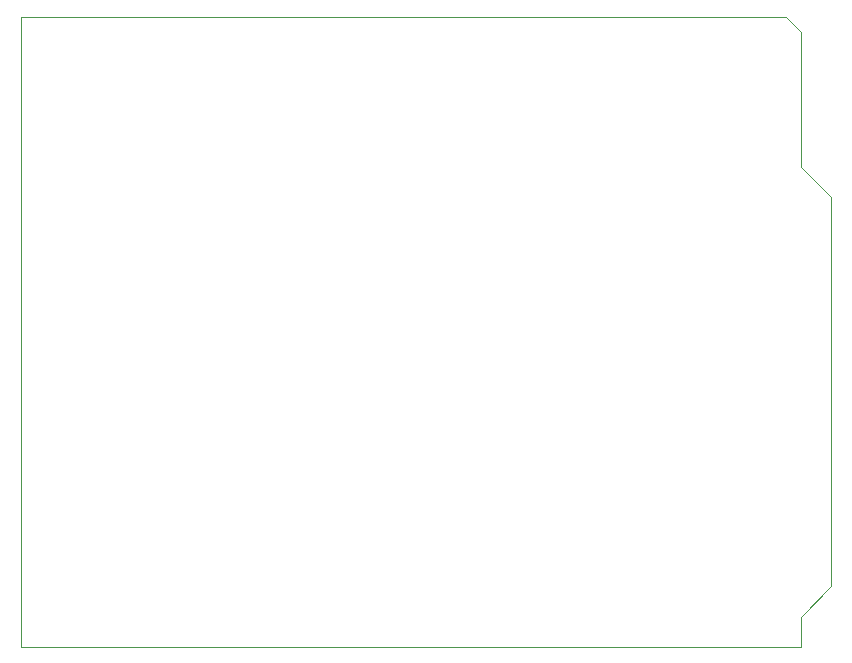
<source format=gbr>
G04 #@! TF.GenerationSoftware,KiCad,Pcbnew,5.0.1*
G04 #@! TF.CreationDate,2019-02-15T13:26:15-06:00*
G04 #@! TF.ProjectId,tomato_timer,746F6D61746F5F74696D65722E6B6963,rev?*
G04 #@! TF.SameCoordinates,Original*
G04 #@! TF.FileFunction,Profile,NP*
%FSLAX46Y46*%
G04 Gerber Fmt 4.6, Leading zero omitted, Abs format (unit mm)*
G04 Created by KiCad (PCBNEW 5.0.1) date Fri 15 Feb 2019 01:26:15 PM CST*
%MOMM*%
%LPD*%
G01*
G04 APERTURE LIST*
%ADD10C,0.100000*%
G04 APERTURE END LIST*
D10*
X148596000Y-114300000D02*
X148596000Y-60950000D01*
X214646000Y-114300000D02*
X148596000Y-114300000D01*
X214646000Y-111750000D02*
X214646000Y-114300000D01*
X217196000Y-109200000D02*
X214646000Y-111750000D01*
X217196000Y-76200000D02*
X217196000Y-109200000D01*
X214646000Y-73650000D02*
X217196000Y-76200000D01*
X214646000Y-62250000D02*
X214646000Y-73650000D01*
X213346000Y-60950000D02*
X214646000Y-62250000D01*
X148596000Y-60950000D02*
X213346000Y-60950000D01*
M02*

</source>
